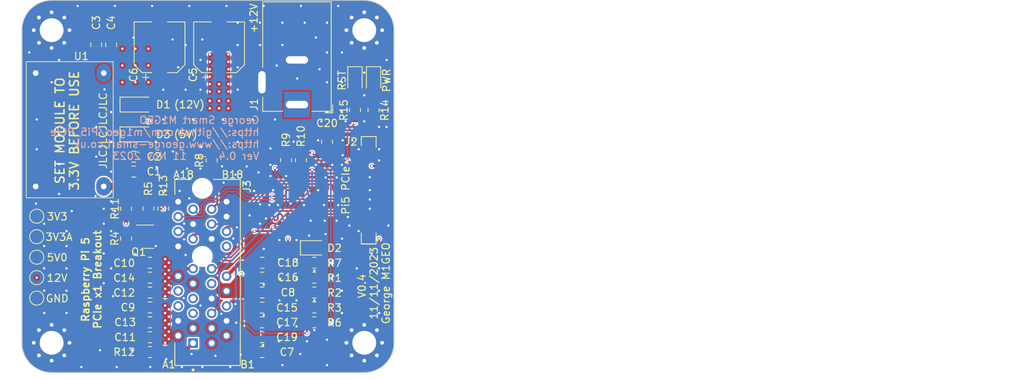
<source format=kicad_pcb>
(kicad_pcb (version 20221018) (generator pcbnew)
  (title_block (title "Raspberry Pi 5 PCIe Breakout") (date "2023-11-11") (rev "0.4") (company "George M1GEO, Chris G8OCV") (comment 1 "https://www.george-smart.co.uk") (comment 2 "https://github.com/m1geo/Pi5_PCIe") (comment 4 "** Controlled Impedances: JLC04161H-7628 Stackup **"))
  (layers (0 "F.Cu" signal) (1 "In1.Cu" signal) (2 "In2.Cu" signal) (31 "B.Cu" signal) (34 "B.Paste" user) (35 "F.Paste" user) (36 "B.SilkS" user "B.Silkscreen") (37 "F.SilkS" user "F.Silkscreen") (38 "B.Mask" user) (39 "F.Mask" user) (44 "Edge.Cuts" user))
  (net 0 "")
  (net 1 "GND")
  (net 2 "+3V3")
  (net 3 "+12V")
  (net 4 "+5V")
  (net 5 "PCIE_TX0N")
  (net 6 "PCIE_TX0P")
  (net 7 "PCIE_RX0P")
  (net 8 "PCIE_RX0N")
  (net 9 "PCIE_CLKN")
  (net 10 "PCIE_CLKP")
  (net 11 "PCIE_PERST#")
  (net 12 "Net-(Q1-G)")
  (net 13 "/PRSNT1#")
  (net 14 "PCIE_PRSNT2#")
  (net 15 "+3.3VA")
  (net 16 "PCIE_CLKREQ#")
  (net 17 "PCIE_WAKE#")
  (net 18 "PCIE_SMCLK")
  (net 19 "PCIE_SMDAT")
  (net 20 "/REG_IN")
  (net 21 "RESET")
  (net 22 "UNKNOWN?!")
  (net 28 "Net-(D4-A)")
  (net 29 "Net-(D5-A)")
  (footprint "Connector_BarrelJack:BarrelJack_Horizontal" (layer "F.Cu") (at 161.9575 89 -90)
    (fp_text reference "J1")
    (fp_text value "12V IN")
  )
  (footprint "Capacitor_SMD:C_0805_2012Metric_Pad1.18x1.45mm_HandSolder" (layer "F.Cu") (at 157.2875 120.25)
    (fp_text reference "C19")
    (fp_text value "100n")
  )
  (footprint "Resistor_SMD:R_0805_2012Metric_Pad1.20x1.40mm_HandSolder" (layer "F.Cu") (at 142 102.9625 90)
    (fp_text reference "R5")
    (fp_text value "0")
  )
  (footprint "Resistor_SMD:R_0805_2012Metric_Pad1.20x1.40mm_HandSolder" (layer "F.Cu") (at 139 103 -90)
    (fp_text reference "R11")
    (fp_text value "0")
  )
  (footprint "Capacitor_SMD:C_0805_2012Metric_Pad1.18x1.45mm_HandSolder" (layer "F.Cu") (at 140.0375 98)
    (fp_text reference "C1")
    (fp_text value "100n")
  )
  (footprint "Resistor_SMD:R_0805_2012Metric_Pad1.20x1.40mm_HandSolder" (layer "F.Cu") (at 162.5 96.4625 90)
    (fp_text reference "R10")
    (fp_text value "10k")
  )
  (footprint "Capacitor_SMD:C_0805_2012Metric_Pad1.18x1.45mm_HandSolder" (layer "F.Cu") (at 134.99 80.9625 90)
    (fp_text reference "C3")
    (fp_text value "100n")
  )
  (footprint "Capacitor_SMD:C_0805_2012Metric_Pad1.18x1.45mm_HandSolder" (layer "F.Cu") (at 157.2875 118.25)
    (fp_text reference "C17")
    (fp_text value "100n")
  )
  (footprint "Capacitor_SMD:C_0805_2012Metric_Pad1.18x1.45mm_HandSolder" (layer "F.Cu") (at 140.0375 96)
    (fp_text reference "C2")
    (fp_text value "10u")
  )
  (footprint "Resistor_SMD:R_0805_2012Metric_Pad1.20x1.40mm_HandSolder" (layer "F.Cu") (at 139 107 -90)
    (fp_text reference "R4")
    (fp_text value "10k")
  )
  (footprint "Capacitor_SMD:CP_Elec_6.3x7.7" (layer "F.Cu") (at 151.5 81.3 90)
    (fp_text reference "C5")
    (fp_text value "150u")
  )
  (footprint "TestPoint:TestPoint_Pad_D1.5mm" (layer "F.Cu") (at 127 104)
    (fp_text reference "TP1" hide)
    (fp_text value "3V3")
  )
  (footprint "Capacitor_SMD:C_0805_2012Metric_Pad1.18x1.45mm_HandSolder" (layer "F.Cu") (at 142.2125 112.25 180)
    (fp_text reference "C14")
    (fp_text value "100n")
  )
  (footprint "Capacitor_SMD:C_0805_2012Metric_Pad1.18x1.45mm_HandSolder" (layer "F.Cu") (at 142.2125 114.25 180)
    (fp_text reference "C12")
    (fp_text value "100n")
  )
  (footprint "Capacitor_SMD:CP_Elec_6.3x7.7" (layer "F.Cu") (at 143.5 81.3 90)
    (fp_text reference "C6")
    (fp_text value "150u")
  )
  (footprint "TestPoint:TestPoint_Pad_D1.5mm" (layer "F.Cu") (at 127 106.75)
    (fp_text reference "TP2" hide)
    (fp_text value "3V3A")
  )
  (footprint "Resistor_SMD:R_0805_2012Metric_Pad1.20x1.40mm_HandSolder" (layer "F.Cu") (at 164.2875 112.25)
    (fp_text reference "R1")
    (fp_text value "DNF")
  )
  (footprint "Capacitor_SMD:C_0805_2012Metric_Pad1.18x1.45mm_HandSolder" (layer "F.Cu") (at 142.2125 120.26 180)
    (fp_text reference "C11")
    (fp_text value "100n")
  )
  (footprint "Resistor_SMD:R_0805_2012Metric_Pad1.20x1.40mm_HandSolder" (layer "F.Cu") (at 164.2875 114.25)
    (fp_text reference "R2")
    (fp_text value "DNF")
  )
  (footprint "Resistor_SMD:R_0805_2012Metric_Pad1.20x1.40mm_HandSolder" (layer "F.Cu") (at 160.5 96.4625 90)
    (fp_text reference "R9")
    (fp_text value "10k")
  )
  (footprint "Capacitor_SMD:C_0805_2012Metric_Pad1.18x1.45mm_HandSolder" (layer "F.Cu") (at 137 80.9625 90)
    (fp_text reference "C4")
    (fp_text value "10u")
  )
  (footprint "Capacitor_SMD:C_0805_2012Metric_Pad1.18x1.45mm_HandSolder" (layer "F.Cu") (at 142.2125 110.25 180)
    (fp_text reference "C10")
    (fp_text value "10u")
  )
  (footprint "Resistor_SMD:R_0805_2012Metric_Pad1.20x1.40mm_HandSolder" (layer "F.Cu") (at 144 102.9625 90)
    (fp_text reference "R13")
    (fp_text value "10k")
  )
  (footprint "Capacitor_SMD:C_0805_2012Metric_Pad1.18x1.45mm_HandSolder" (layer "F.Cu") (at 157.2875 122.25)
    (fp_text reference "C7")
    (fp_text value "10u")
  )
  (footprint "Capacitor_SMD:C_0805_2012Metric_Pad1.18x1.45mm_HandSolder" (layer "F.Cu") (at 157.2875 112.25)
    (fp_text reference "C16")
    (fp_text value "100n")
  )
  (footprint "Capacitor_SMD:C_0805_2012Metric_Pad1.18x1.45mm_HandSolder" (layer "F.Cu") (at 142.2125 116.25 180)
    (fp_text reference "C9")
    (fp_text value "10u")
  )
  (footprint "Capacitor_SMD:C_0805_2012Metric_Pad1.18x1.45mm_HandSolder" (layer "F.Cu") (at 166 94 -90)
    (fp_text reference "C20")
    (fp_text value "100n")
  )
  (footprint "LED_SMD:LED_0805_2012Metric_Pad1.15x1.40mm_HandSolder" (layer "F.Cu") (at 169.75 85.775 -90)
    (fp_text reference "D5" hide)
    (fp_text value "RST")
  )
  (footprint "Resistor_SMD:R_0805_2012Metric_Pad1.20x1.40mm_HandSolder" (layer "F.Cu") (at 169.75 89.75 90)
    (fp_text reference "R15")
    (fp_text value "1k")
  )
  (footprint "LED_SMD:LED_0805_2012Metric_Pad1.15x1.40mm_HandSolder" (layer "F.Cu") (at 172.25 85.775 -90)
    (fp_text reference "D4" hide)
    (fp_text value "PWR")
  )
  (footprint "Capacitor_SMD:C_0805_2012Metric_Pad1.18x1.45mm_HandSolder" (layer "F.Cu") (at 157.2875 114.25)
    (fp_text reference "C8")
    (fp_text value "10u")
  )
  (footprint "Capacitor_SMD:C_0805_2012Metric_Pad1.18x1.45mm_HandSolder" (layer "F.Cu") (at 157.2875 116.29)
    (fp_text reference "C15")
    (fp_text value "100n")
  )
  (footprint "Diode_SMD:D_0805_2012Metric_Pad1.15x1.40mm_HandSolder" (layer "F.Cu") (at 164.275 108.25)
    (fp_text reference "D2")
    (fp_text value "DNF")
  )
  (footprint "Resistor_SMD:R_0805_2012Metric_Pad1.20x1.40mm_HandSolder" (layer "F.Cu") (at 150.5 96.5 90)
    (fp_text reference "R8")
    (fp_text value "10k")
  )
  (footprint "TestPoint:TestPoint_Pad_D1.5mm" (layer "F.Cu") (at 127 112.25)
    (fp_text reference "TP4" hide)
    (fp_text value "12V")
  )
  (footprint "TestPoint:TestPoint_Pad_D1.5mm" (layer "F.Cu") (at 127 109.5)
    (fp_text reference "TP3" hide)
    (fp_text value "5V0")
  )
  (footprint "10018783-11200TLF:AMPHENOL_10018783-11200TLF" (layer "F.Cu") (at 149.25 109.55 90)
    (fp_text reference "J3")
    (fp_text value "10018783-11200TLF")
  )
  (footprint "Resistor_SMD:R_0805_2012Metric_Pad1.20x1.40mm_HandSolder" (layer "F.Cu") (at 164.2875 118.25)
    (fp_text reference "R6")
    (fp_text value "10k")
  )
  (footprint "Diode_SMD:D_SOD-123F" (layer "F.Cu") (at 140.4 93)
    (fp_text reference "D3")
    (fp_text value "(5V)")
  )
  (footprint "Resistor_SMD:R_0805_2012Metric_Pad1.20x1.40mm_HandSolder" (layer "F.Cu") (at 164.2875 116.25)
    (fp_text reference "R3")
    (fp_text value "DNF")
  )
  (footprint "Resistor_SMD:R_0805_2012Metric_Pad1.20x1.40mm_HandSolder" (layer "F.Cu") (at 172.25 89.75 90)
    (fp_text reference "R14")
    (fp_text value "1k")
  )
  (footprint "FPC_conn:687316124422" (layer "F.Cu") (at 171.6 100.5 -90)
    (fp_text reference "J2")
    (fp_text value "Pi5 PCIe")
  )
  (footprint "Package_TO_SOT_SMD:SOT-23" (layer "F.Cu") (at 142.0625 106.75)
    (fp_text reference "Q1")
    (fp_text value "BS170F")
  )
  (footprint "MountingHole:MountingHole_3.2mm_M3_Pad_Via" (layer "F.Cu") (at 171 121)
    (fp_text reference "H4" hide)
    (fp_text value "MountingHole_Pad")
  )
  (footprint "Diode_SMD:D_SOD-123F" (layer "F.Cu") (at 140.4 89)
    (fp_text reference "D1")
    (fp_text value "(12V)")
  )
  (footprint "Mini360:Mini360_step-down" (layer "F.Cu") (at 131.43 92.38 90)
    (fp_text reference "U1")
    (fp_text value "Mini360")
  )
  (footprint "Resistor_SMD:R_0805_2012Metric_Pad1.20x1.40mm_HandSolder" (layer "F.Cu") (at 142.2125 122.25 180)
    (fp_text reference "R12")
    (fp_text value "0")
  )
  (footprint "Capacitor_SMD:C_0805_2012Metric_Pad1.18x1.45mm_HandSolder" (layer "F.Cu") (at 157.2875 110.25)
    (fp_text reference "C18")
    (fp_text value "100n")
  )
  (footprint "MountingHole:MountingHole_3.2mm_M3_Pad_Via" (layer "F.Cu") (at 171 79)
    (fp_text reference "H2" hide)
    (fp_text value "MountingHole_Pad")
  )
  (footprint "Capacitor_SMD:C_0805_2012Metric_Pad1.18x1.45mm_HandSolder" (layer "F.Cu") (at 142.2125 118.25 180)
    (fp_text reference "C13")
    (fp_text value "100n")
  )
  (footprint "TestPoint:TestPoint_Pad_D1.5mm" (layer "F.Cu") (at 127 115)
    (fp_text reference "TP5" hide)
    (fp_text value "GND")
  )
  (footprint "MountingHole:MountingHole_3.2mm_M3_Pad_Via" (layer "F.Cu") (at 129 79)
    (fp_text reference "H1" hide)
    (fp_text value "MountingHole_Pad")
  )
  (footprint "Resistor_SMD:R_0805_2012Metric_Pad1.20x1.40mm_HandSolder" (layer "F.Cu") (at 164.2875 110.25)
    (fp_text reference "R7")
    (fp_text value "10k")
  )
  (footprint "MountingHole:MountingHole_3.2mm_M3_Pad_Via" (layer "F.Cu") (at 129 121)
    (fp_text reference "H3" hide)
    (fp_text value "MountingHole_Pad")
  )
  (gr_line (start 171 125) (end 129 125) (stroke (width 0.1)) (layer "Edge.Cuts"))
  (gr_line (start 129 75) (end 171 75) (stroke (width 0.1)) (layer "Edge.Cuts"))
  (gr_arc (start 171 75) (mid 173.828427 76.171573) (end 175 79) (stroke (width 0.1)) (layer "Edge.Cuts"))
  (gr_arc (start 125 79) (mid 126.171573 76.171573) (end 129 75) (stroke (width 0.1)) (layer "Edge.Cuts"))
  (gr_line (start 175 79) (end 175 121) (stroke (width 0.1)) (layer "Edge.Cuts"))
  (gr_arc (start 175 121) (mid 173.828427 123.828427) (end 171 125) (stroke (width 0.1)) (layer "Edge.Cuts"))
  (gr_arc (start 129 125) (mid 126.171573 123.828427) (end 125 121) (stroke (width 0.1)) (layer "Edge.Cuts"))
  (gr_line (start 125 121) (end 125 79) (stroke (width 0.1)) (layer "Edge.Cuts"))
  (gr_text "George Smart M1GEO\nhttps://github.com/m1geo/Pi5_PCIe\nhttps://www.george-smart.co.uk\nVer 0.4  -  11 Nov 2023" (at 157 96.5) (layer "B.SilkS") (effects (font (size 1 1)) (justify left bottom mirror)))
  (gr_text "JLCJLCJLCJLC" (at 136.5 97.75 90) (layer "F.SilkS") (effects (font (size 1 1)) (justify left bottom)))
  (gr_text "B1" (at 154.25 124.5) (layer "F.SilkS") (effects (font (size 1 1)) (justify left bottom)))
  (gr_text "Raspberry Pi 5\nPCIe x1 Breakout" (at 135.75 112.5 90) (layer "F.SilkS") (effects (font (size 1 1) (thickness 0.2) bold) (justify bottom)))
  (gr_text "+12V" (at 156.75 79.5 90) (layer "F.SilkS") (effects (font (size 1 1)) (justify left bottom)))
  (gr_text "B18" (at 151.75 99) (layer "F.SilkS") (effects (font (size 1 1)) (justify left bottom)))
  (gr_text "A1" (at 143.75 124.5) (layer "F.SilkS") (effects (font (size 1 1)) (justify left bottom)))
  (gr_text "SET MODULE TO\n3.3V BEFORE USE" (at 132.75 92.5 90) (layer "F.SilkS") (effects (font (size 1.2 1.2) (thickness 0.2) bold) (justify bottom)))
  (gr_text "A18" (at 145.25 99) (layer "F.SilkS") (effects (font (size 1 1)) (justify left bottom)))
  (gr_text "V0.4 \n11/11/2023\nGeorge M1GEO" (at 174.5 113 90) (layer "F.SilkS") (effects (font (size 1 1)) (justify bottom)))
  (via (at 151 122.75) (size 0.45) (drill 0.3) (layers "F.Cu" "B.Cu") (net 1))
  (via (at 131 111) (size 0.45) (drill 0.3) (layers "F.Cu" "B.Cu") (net 1))
  (via (at 174.25 105.25) (size 0.45) (drill 0.3) (layers "F.Cu" "B.Cu") (net 1))
  (via (at 147.5 101.6) (size 0.45) (drill 0.3) (layers "F.Cu" "B.Cu") (net 1))
  (via (at 173 117) (size 0.45) (drill 0.3) (layers "F.Cu" "B.Cu") (net 1))
  (via (at 148 85) (size 0.45) (drill 0.3) (layers "F.Cu" "B.Cu") (net 1))
  (via (at 136.1 86.95) (size 0.45) (drill 0.3) (layers "F.Cu" "B.Cu") (net 1))
  (via (at 161.9 118.8) (size 0.45) (drill 0.3) (layers "F.Cu" "B.Cu") (net 1))
  (via (at 160 81) (size 0.45) (drill 0.3) (layers "F.Cu" "B.Cu") (net 1))
  (via (at 171 87.75) (size 0.45) (drill 0.3) (layers "F.Cu" "B.Cu") (net 1))
  (via (at 167.5 102.5) (size 0.45) (drill 0.3) (layers "F.Cu" "B.Cu") (net 1))
  (via (at 171 91.25) (size 0.45) (drill 0.3) (layers "F.Cu" "B.Cu") (net 1))
  (via (at 149.25 80.25) (size 0.45) (drill 0.3) (layers "F.Cu" "B.Cu") (net 1))
  (via (at 139.75 122) (size 0.45) (drill 0.3) (layers "F.Cu" "B.Cu") (net 1))
  (via (at 174 89) (size 0.45) (drill 0.3) (layers "F.Cu" "B.Cu") (net 1))
  (via (at 168.1 93.8) (size 0.45) (drill 0.3) (layers "F.Cu" "B.Cu") (net 1))
  (via (at 157 78) (size 0.45) (drill 0.3) (layers "F.Cu" "B.Cu") (net 1))
  (via (at 154.4 122.6) (size 0.45) (drill 0.3) (layers "F.Cu" "B.Cu") (net 1))
  (via (at 147.8 122.5) (size 0.45) (drill 0.3) (layers "F.Cu" "B.Cu") (net 1))
  (via (at 165 84.25) (size 0.45) (drill 0.3) (layers "F.Cu" "B.Cu") (net 1))
  (via (at 142.25 124.25) (size 0.45) (drill 0.3) (layers "F.Cu" "B.Cu") (net 1))
  (via (at 171.75 101.75) (size 0.45) (drill 0.3) (layers "F.Cu" "B.Cu") (net 1))
  (via (at 130 93) (size 0.45) (drill 0.3) (layers "F.Cu" "B.Cu") (net 1))
  (via (at 168 97.1) (size 0.45) (drill 0.3) (layers "F.Cu" "B.Cu") (net 1))
  (via (at 173 111) (size 0.45) (drill 0.3) (layers "F.Cu" "B.Cu") (net 1))
  (via (at 144.2 100.5) (size 0.45) (drill 0.3) (layers "F.Cu" "B.Cu") (net 1))
  (via (at 137 102) (size 0.45) (drill 0.3) (layers "F.Cu" "B.Cu") (net 1))
  (via (at 146.8 107.1) (size 0.45) (drill 0.3) (layers "F.Cu" "B.Cu") (net 1))
  (via (at 157 81) (size 0.45) (drill 0.3) (layers "F.Cu" "B.Cu") (net 1))
  (via (at 156 91) (size 0.45) (drill 0.3) (layers "F.Cu" "B.Cu") (net 1))
  (via (at 151.8 117.1) (size 0.45) (drill 0.3) (layers "F.Cu" "B.Cu") (net 1))
  (via (at 168 114) (size 0.45) (drill 0.3) (layers "F.Cu" "B.Cu") (net 1))
  (via (at 162 85.5) (size 0.45) (drill 0.3) (layers "F.Cu" "B.Cu") (net 1))
  (via (at 135 92) (size 0.45) (drill 0.3) (layers "F.Cu" "B.Cu") (net 1))
  (via (at 166.7 97.1) (size 0.45) (drill 0.3) (layers "F.Cu" "B.Cu") (net 1))
  (via (at 153.8 118.3) (size 0.45) (drill 0.3) (layers "F.Cu" "B.Cu") (net 1))
  (via (at 157 105) (size 0.45) (drill 0.3) (layers "F.Cu" "B.Cu") (net 1))
  (via (at 158.4 97.1) (size 0.45) (drill 0.3) (layers "F.Cu" "B.Cu") (net 1))
  (via (at 137 106) (size 0.45) (drill 0.3) (layers "F.Cu" "B.Cu") (net 1))
  (via (at 147 81) (size 0.45) (drill 0.3) (layers "F.Cu" "B.Cu") (net 1))
  (via (at 166 82) (size 0.45) (drill 0.3) (layers "F.Cu" "B.Cu") (net 1))
  (via (at 157.5 108.4) (size 0.45) (drill 0.3) (layers "F.Cu" "B.Cu") (net 1))
  (via (at 152 91) (size 0.45) (drill 0.3) (layers "F.Cu" "B.Cu") (net 1))
  (via (at 165.6 102.5) (size 0.45) (drill 0.3) (layers "F.Cu" "B.Cu") (net 1))
  (via (at 166 124) (size 0.45) (drill 0.3) (layers "F.Cu" "B.Cu") (net 1))
  (via (at 169 105.25) (size 0.45) (drill 0.3) (layers "F.Cu" "B.Cu") (net 1))
  (via (at 131 117) (size 0.45) (drill 0.3) (layers "F.Cu" "B.Cu") (net 1))
  (via (at 168 90) (size 0.45) (drill 0.3) (layers "F.Cu" "B.Cu") (net 1))
  (via (at 170.25 95) (size 0.45) (drill 0.3) (layers "F.Cu" "B.Cu") (net 1))
  (via (at 137.25 114.75) (size 0.45) (drill 0.3) (layers "F.Cu" "B.Cu") (net 1))
  (via (at 128 111) (size 0.45) (drill 0.3) (layers "F.Cu" "B.Cu") (net 1))
  (via (at 152.5 75.75) (size 0.45) (drill 0.3) (layers "F.Cu" "B.Cu") (net 1))
  (via (at 153.9 105.5) (size 0.45) (drill 0.3) (layers "F.Cu" "B.Cu") (net 1))
  (via (at 164.8 100.5) (size 0.45) (drill 0.3) (layers "F.Cu" "B.Cu") (net 1))
  (via (at 174 86) (size 0.45) (drill 0.3) (layers "F.Cu" "B.Cu") (net 1))
  (via (at 161.9 115.3) (size 0.45) (drill 0.3) (layers "F.Cu" "B.Cu") (net 1))
  (via (at 162.9 102.5) (size 0.45) (drill 0.3) (layers "F.Cu" "B.Cu") (net 1))
  (via (at 173 114) (size 0.45) (drill 0.3) (layers "F.Cu" "B.Cu") (net 1))
  (via (at 130 97) (size 0.45) (drill 0.3) (layers "F.Cu" "B.Cu") (net 1))
  (via (at 147.2 97.6) (size 0.45) (drill 0.3) (layers "F.Cu" "B.Cu") (net 1))
  (via (at 151.9 97.3) (size 0.45) (drill 0.3) (layers "F.Cu" "B.Cu") (net 1))
  (via (at 127 91) (size 0.45) (drill 0.3) (layers "F.Cu" "B.Cu") (net 1))
  (via (at 162.4 122.5) (size 0.45) (drill 0.3) (layers "F.Cu" "B.Cu") (net 1))
  (via (at 159 91) (size 0.45) (drill 0.3) (layers "F.Cu" "B.Cu") (net 1))
  (via (at 170 111) (size 0.45) (drill 0.3) (layers "F.Cu" "B.Cu") (net 1))
  (via (at 144.4 123.2) (size 0.45) (drill 0.3) (layers "F.Cu" "B.Cu") (net 1))
  (via (at 168 82) (size 0.45) (drill 0.3) (layers "F.Cu" "B.Cu") (net 1))
  (via (at 157.4 121.3) (size 0.45) (drill 0.3) (layers "F.Cu" "B.Cu") (net 1))
  (via (at 149 83) (size 0.45) (drill 0.3) (layers "F.Cu" "B.Cu") (net 1))
  (via (at 153.7 115.8) (size 0.45) (drill 0.3) (layers "F.Cu" "B.Cu") (net 1))
  (via (at 168 86) (size 0.45) (drill 0.3) (layers "F.Cu" "B.Cu") (net 1))
  (via (at 127 95) (size 0.45) (drill 0.3) (layers "F.Cu" "B.Cu") (net 1))
  (via (at 144 87) (size 0.45) (drill 0.3) (layers "F.Cu" "B.Cu") (net 1))
  (via (at 161.9 112.4) (size 0.45) (drill 0.3) (layers "F.Cu" "B.Cu") (net 1))
  (via (at 136 109) (size 0.45) (drill 0.3) (layers "F.Cu" "B.Cu") (net 1))
  (via (at 160 78) (size 0.45) (drill 0.3) (layers "F.Cu" "B.Cu") (net 1))
  (via (at 165.8 106.4) (size 0.45) (drill 0.3) (layers "F.Cu" "B.Cu") (net 1))
  (via (at 168 107) (size 0.45) (drill 0.3) (layers "F.Cu" "B.Cu") (net 1))
  (via (at 131 114) (size 0.45) (drill 0.3) (layers "F.Cu" "B.Cu") (net 1))
  (via (at 134.9 101.3) (size 0.45) (drill 0.3) (layers "F.Cu" "B.Cu") (net 1))
  (via (at 156.8 98.1) (size 0.45) (drill 0.3) (layers "F.Cu" "B.Cu") (net 1))
  (via (at 135 96) (size 0.45) (drill 0.3) (layers "F.Cu" "B.Cu") (net 1))
  (via (at 143 108) (size 0.45) (drill 0.3) (layers "F.Cu" "B.Cu") (net 1))
  (via (at 164.3 115.3) (size 0.45) (drill 0.3) (layers "F.Cu" "B.Cu") (net 1))
  (via (at 130 89) (size 0.45) (drill 0.3) (layers "F.Cu" "B.Cu") (net 1))
  (via (at 137.5 103.3) (size 0.45) (drill 0.3) (layers "F.Cu" "B.Cu") (net 1))
  (via (at 145.25 80.25) (size 0.45) (drill 0.3) (layers "F.Cu" "B.Cu") (net 1))
  (via (at 137 94) (size 0.45) (drill 0.3) (layers "F.Cu" "B.Cu") (net 1))
  (via (at 157.5 75.75) (size 0.45) (drill 0.3) (layers "F.Cu" "B.Cu") (net 1))
  (via (at 147 109.2) (size 0.45) (drill 0.3) (layers "F.Cu" "B.Cu") (net 1))
  (via (at 158.4 94.9) (size 0.45) (drill 0.3) (layers "F.Cu" "B.Cu") (net 1))
  (via (at 128 108) (size 0.45) (drill 0.3) (layers "F.Cu" "B.Cu") (net 1))
  (via (at 126 82) (size 0.45) (drill 0.3) (layers "F.Cu" "B.Cu") (net 1))
  (via (at 149.1 94.7) (size 0.45) (drill 0.3) (layers "F.Cu" "B.Cu") (net 1))
  (via (at 171.75 98.75) (size 0.45) (drill 0.3) (layers "F.Cu" "B.Cu") (net 1))
  (via (at 157.5 113.2) (size 0.45) (drill 0.3) (layers "F.Cu" "B.Cu") (net 1))
  (via (at 158.25 102.5) (size 0.45) (drill 0.3) (layers "F.Cu" "B.Cu") (net 1))
  (via (at 168.1 95.8) (size 0.45) (drill 0.3) (layers "F.Cu" "B.Cu") (net 1))
  (via (at 161.9 107.2) (size 0.45) (drill 0.3) (layers "F.Cu" "B.Cu") (net 1))
  (via (at 166 86) (size 0.45) (drill 0.3) (layers "F.Cu" "B.Cu") (net 1))
  (via (at 146.8 105) (size 0.45) (drill 0.3) (layers "F.Cu" "B.Cu") (net 1))
  (via (at 154 81) (size 0.45) (drill 0.3) (layers "F.Cu" "B.Cu") (net 1))
  (via (at 163.8 104.6) (size 0.45) (drill 0.3) (layers "F.Cu" "B.Cu") (net 1))
  (via (at 132.5 75.75) (size 0.45) (drill 0.3) (layers "F.Cu" "B.Cu") (net 1))
  (via (at 164.3 119.3) (size 0.45) (drill 0.3) (layers "F.Cu" "B.Cu") (net 1))
  (via (at 137.75 124.25) (size 0.45) (drill 0.3) (layers "F.Cu" "B.Cu") (net 1))
  (via (at 131 108) (size 0.45) (drill 0.3) (layers "F.Cu" "B.Cu") (net 1))
  (via (at 153.4 107) (size 0.45) (drill 0.3) (layers "F.Cu" "B.Cu") (net 1))
  (via (at 173 96.5) (size 0.45) (drill 0.3) (layers "F.Cu" "B.Cu") (net 1))
  (via (at 133 124.25) (size 0.45) (drill 0.3) (layers "F.Cu" "B.Cu") (net 1))
  (via (at 159.4 102.5) (size 0.45) (drill 0.3) (layers "F.Cu" "B.Cu") (net 1))
  (via (at 137.5 75.75) (size 0.45) (drill 0.3) (layers "F.Cu" "B.Cu") (net 1))
  (via (at 160 124) (size 0.45) (drill 0.3) (layers "F.Cu" "B.Cu") (net 1))
  (via (at 136 113) (size 0.45) (drill 0.3) (layers "F.Cu" "B.Cu") (net 1))
  (via (at 166 90) (size 0.45) (drill 0.3) (layers "F.Cu" "B.Cu") (net 1))
  (via (at 167.3 98.8) (size 0.45) (drill 0.3) (layers "F.Cu" "B.Cu") (net 1))
  (via (at 156.2 100.6) (size 0.45) (drill 0.3) (layers "F.Cu" "B.Cu") (net 1))
  (via (at 137 98) (size 0.45) (drill 0.3) (layers "F.Cu" "B.Cu") (net 1))
  (via (at 159.5 120.8) (size 0.45) (drill 0.3) (layers "F.Cu" "B.Cu") (net 1))
  (via (at 143 94) (size 0.45) (drill 0.3) (layers "F.Cu" "B.Cu") (net 1))
  (via (at 131 106) (size 0.45) (drill 0.3) (layers "F.Cu" "B.Cu") (net 1))
  (via (at 135.5 122) (size 0.45) (drill 0.3) (layers "F.Cu" "B.Cu") (net 1))
  (via (at 144 91) (size 0.45) (drill 0.3) (layers "F.Cu" "B.Cu") (net 1))
  (via (at 165.7 104.6) (size 0.45) (drill 0.3) (layers "F.Cu" "B.Cu") (net 1))
  (via (at 171.75 100.5) (size 0.45) (drill 0.3) (layers "F.Cu" "B.Cu") (net 1))
  (via (at 137 90) (size 0.45) (drill 0.3) (layers "F.Cu" "B.Cu") (net 1))
  (via (at 154 84) (size 0.45) (drill 0.3) (layers "F.Cu" "B.Cu") (net 1))
  (via (at 161.5 94) (size 0.45) (drill 0.3) (layers "F.Cu" "B.Cu") (net 1))
  (via (at 159.6 109.8) (size 0.45) (drill 0.3) (layers "F.Cu" "B.Cu") (net 1))
  (via (at 147.5 99) (size 0.45) (drill 0.3) (layers "F.Cu" "B.Cu") (net 1))
  (via (at 149 87) (size 0.45) (drill 0.3) (layers "F.Cu" "B.Cu") (net 1))
  (via (at 137 111) (size 0.45) (drill 0.3) (layers "F.Cu" "B.Cu") (net 1))
  (via (at 147.5 75.75) (size 0.45) (drill 0.3) (layers "F.Cu" "B.Cu") (net 1))
  (via (at 153.7 98.4) (size 0.45) (drill 0.3) (layers "F.Cu" "B.Cu") (net 1))
  (via (at 159.6 118.9) (size 0.45) (drill 0.3) (layers "F.Cu" "B.Cu") (net 1))
  (via (at 161.9 109.8) (size 0.45) (drill 0.3) (layers "F.Cu" "B.Cu") (net 1))
  (via (at 158.75 100.5) (size 0.45) (drill 0.3) (layers "F.Cu" "B.Cu") (net 1))
  (via (at 159.7 112.4) (size 0.45) (drill 0.3) (layers "F.Cu" "B.Cu") (net 1))
  (via (at 155.2 97.3) (size 0.45) (drill 0.3) (layers "F.Cu" "B.Cu") (net 1))
  (via (at 159.6 107.2) (size 0.45) (drill 0.3) (layers "F.Cu" "B.Cu") (net 1))
  (via (at 169.4 93.8) (size 0.45) (drill 0.3) (layers "F.Cu" "B.Cu") (net 1))
  (via (at 157 102.4) (size 0.45) (drill 0.3) (layers "F.Cu" "B.Cu") (net 1))
  (via (at 170.25 106) (size 0.45) (drill 0.3) (layers "F.Cu" "B.Cu") (net 1))
  (via (at 165.25 91.25) (size 0.45) (drill 0.3) (layers "F.Cu" "B.Cu") (net 1))
  (via (at 168 117) (size 0.45) (drill 0.3) (layers "F.Cu" "B.Cu") (net 1))
  (via (at 165.8 98.8) (size 0.45) (drill 0.3) (layers "F.Cu" "B.Cu") (net 1))
  (via (at 159.25 83.75) (size 0.45) (drill 0.3) (layers "F.Cu" "B.Cu") (net 1))
  (via (at 164.5 97.1) (size 0.45) (drill 0.3) (layers "F.Cu" "B.Cu") (net 1))
  (via (at 172 109) (size 0.45) (drill 0.3) (layers "F.Cu" "B.Cu") (net 1))
  (via (at 174 83) (size 0.45) (drill 0.3) (layers "F.Cu" "B.Cu") (net 1))
  (via (at 166 120.6) (size 0.45) (drill 0.3) (layers "F.Cu" "B.Cu") (net 1))
  (via (at 167.5 75.75) (size 0.45) (drill 0.3) (layers "F.Cu" "B.Cu") (net 1))
  (via (at 154 78) (size 0.45) (drill 0.3) (layers "F.Cu" "B.Cu") (net 1))
  (via (at 163.3 120.8) (size 0.45) (drill 0.3) (layers "F.Cu" "B.Cu") (net 1))
  (via (at 167.3 104.6) (size 0.45) (drill 0.3) (layers "F.Cu" "B.Cu") (net 1))
  (via (at 140 80) (size 0.45) (drill 0.3) (layers "F.Cu" "B.Cu") (net 1))
  (via (at 136 105) (size 0.45) (drill 0.3) (layers "F.Cu" "B.Cu") (net 1))
  (via (at 163 78) (size 0.45) (drill 0.3) (layers "F.Cu" "B.Cu") (net 1))
  (via (at 153 124.25) (size 0.45) (drill 0.3) (layers "F.Cu" "B.Cu") (net 1))
  (via (at 159.6 115.3) (size 0.45) (drill 0.3) (layers "F.Cu" "B.Cu") (net 1))
  (via (at 146 84) (size 0.45) (drill 0.3) (layers "F.Cu" "B.Cu") (net 1))
  (via (at 149 97.6) (size 0.45) (drill 0.3) (layers "F.Cu" "B.Cu") (net 1))
  (via (at 155.1 99.7) (size 0.45) (drill 0.3) (layers "F.Cu" "B.Cu") (net 1))
  (via (at 154 94) (size 0.45) (drill 0.3) (layers "F.Cu" "B.Cu") (net 1))
  (via (at 131.7 103.3) (size 0.45) (drill 0.3) (layers "F.Cu" "B.Cu") (net 1))
  (via (at 142.5 75.75) (size 0.45) (drill 0.3) (layers "F.Cu" "B.Cu") (net 1))
  (via (at 130 101) (size 0.45) (drill 0.3) (layers "F.Cu" "B.Cu") (net 1))
  (via (at 164.3 111.3) (size 0.45) (drill 0.3) (layers "F.Cu" "B.Cu") (net 1))
  (via (at 155.6 103.9) (size 0.45) (drill 0.3) (layers "F.Cu" "B.Cu") (net 1))
  (via (at 129 86) (size 0.45) (drill 0.3) (layers "F.Cu" "B.Cu") (net 1))
  (via (at 149.25 124.25) (size 0.45) (drill 0.3) (layers "F.Cu" "B.Cu") (net 1))
  (via (at 168.8 104.1) (size 0.45) (drill 0.3) (layers "F.Cu" "B.Cu") (net 1))
  (via (at 149 116) (size 0.45) (drill 0.3) (layers "F.Cu" "B.Cu") (net 1))
  (via (at 128 105) (size 0.45) (drill 0.3) (layers "F.Cu" "B.Cu") (net 1))
  (via (at 146.2 100.6) (size 0.45) (drill 0.3) (layers "F.Cu" "B.Cu") (net 1))
  (via (at 164.8 93.8) (size 0.45) (drill 0.3) (layers "F.Cu" "B.Cu") (net 1))
  (via (at 158.4 98.6) (size 0.45) (drill 0.3) (layers "F.Cu" "B.Cu") (net 1))
  (via (at 148 91) (size 0.45) (drill 0.3) (layers "F.Cu" "B.Cu") (net 1))
  (via (at 136 103) (size 0.45) (drill 0.3) (layers "F.Cu" "B.Cu") (net 1))
  (via (at 126.9 102.3) (size 0.45) (drill 0.3) (layers "F.Cu" "B.Cu") (net 1))
  (via (at 145.8 99) (size 0.45) (drill 0.3) (layers "F.Cu" "B.Cu") (net 1))
  (via (at 128 114) (size 0.45) (drill 0.3) (layers "F.Cu" "B.Cu") (net 1))
  (via (at 168.5 91.25) (size 0.45) (drill 0.3) (layers "F.Cu" "B.Cu") (net 1))
  (via (at 147 87) (size 0.45) (drill 0.3) (layers "F.Cu" "B.Cu") (net 1))
  (via (at 173 95) (size 0.45) (drill 0.3) (layers "F.Cu" "B.Cu") (net 1))
  (via (at 145.3 95.3) (size 0.45) (drill 0.3) (layers "F.Cu" "B.Cu") (net 1))
  (via (at 146.75 115) (size 0.45) (drill 0.3) (layers "F.Cu" "B.Cu") (net 1))
  (via (at 152.1 99.5) (size 0.45) (drill 0.3) (layers "F.Cu" "B.Cu") (net 1))
  (via (at 164.5 80) (size 0.45) (drill 0.3) (layers "F.Cu" "B.Cu") (net 1))
  (via (at 130 83) (size 0.45) (drill 0.3) (layers "F.Cu" "B.Cu") (net 1))
  (via (at 160.5 98.6) (size 0.45) (drill 0.3) (layers "F.Cu" "B.Cu") (net 1))
  (via (at 163.6 106.6) (size 0.45) (drill 0.3) (layers "F.Cu" "B.Cu") (net 1))
  (via (at 143.1 97.4) (size 0.45) (drill 0.3) (layers "F.Cu" "B.Cu") (net 1))
  (via (at 174 92) (size 0.45) (drill 0.3) (layers "F.Cu" "B.Cu") (net 1))
  (via (at 166 78) (size 0.45) (drill 0.3) (layers "F.Cu" "B.Cu") (net 1))
  (via (at 157.8 104.3) (size 0.45) (drill 0.3) (layers "F.Cu" "B.Cu") (net 1))
  (via (at 154 87) (size 0.45) (drill 0.3) (layers "F.Cu" "B.Cu") (net 1))
  (via (at 157.5 117.3) (size 0.45) (drill 0.3) (layers "F.Cu" "B.Cu") (net 1))
  (via (at 171 84.7) (size 0.45) (drill 0.3) (layers "F.Cu" "B.Cu") (net 1))
  (via (at 173 92) (size 0.45) (drill 0.3) (layers "F.Cu" "B.Cu") (net 1))
  (via (at 161.1 102.3) (size 0.45) (drill 0.3) (layers "F.Cu" "B.Cu") (net 1))
  (via (at 146.5 124.25) (size 0.45) (drill 0.3) (layers "F.Cu" "B.Cu") (net 1))
  (via (at 128 117) (size 0.45) (drill 0.3) (layers "F.Cu" "B.Cu") (net 1))
  (via (at 162.5 75.75) (size 0.45) (drill 0.3) (layers "F.Cu" "B.Cu") (net 1))
  (via (at 171.75 103) (size 0.45) (drill 0.3) (layers "F.Cu" "B.Cu") (net 1))
  (segment (start 172.25 91.75) (end 172 92) (width 0.25) (layer "F.Cu") (net 2))
  (segment (start 139 104) (end 139 105) (width 0.5) (layer "F.Cu") (net 2))
  (segment (start 142.75 92) (end 142 91.25) (width 0.25) (layer "F.Cu") (net 2))
  (segment (start 127 104) (end 139 104) (width 0.25) (layer "F.Cu") (net 2))
  (segment (start 172 92) (end 142.75 92) (width 0.25) (layer "F.Cu") (net 2))
  (segment (start 172.25 90.75) (end 172.25 91.75) (width 0.25) (layer "F.Cu") (net 2))
  (via (at 144.25 113.75) (size 0.45) (drill 0.3) (layers "F.Cu" "B.Cu") (net 2))
  (via (at 140.25 81.5) (size 0.45) (drill 0.3) (layers "F.Cu" "B.Cu") (net 2))
  (via (at 140.25 83.75) (size 0.45) (drill 0.3) (layers "F.Cu" "B.Cu") (net 2))
  (via (at 140.25 86) (size 0.45) (drill 0.3) (layers "F.Cu" "B.Cu") (net 2))
  (via (at 144.75 111.25) (size 0.45) (drill 0.3) (layers "F.Cu" "B.Cu") (net 2))
  (via (at 142 86) (size 0.45) (drill 0.3) (layers "F.Cu" "B.Cu") (net 2))
  (via (at 138.5 86) (size 0.45) (drill 0.3) (layers "F.Cu" "B.Cu") (net 2))
  (via (at 138.5 81.5) (size 0.45) (drill 0.3) (layers "F.Cu" "B.Cu") (net 2))
  (via (at 142 81.5) (size 0.45) (drill 0.3) (layers "F.Cu" "B.Cu") (net 2))
  (via (at 139 105) (size 0.45) (drill 0.3) (layers "F.Cu" "B.Cu") (net 2))
  (via (at 144.25 109.75) (size 0.45) (drill 0.3) (layers "F.Cu" "B.Cu") (net 2))
  (via (at 144.25 110.75) (size 0.45) (drill 0.3) (layers "F.Cu" "B.Cu") (net 2))
  (via (at 142 91.25) (size 0.45) (drill 0.3) (layers "F.Cu" "B.Cu") (net 2))
  (via (at 144.75 114.25) (size 0.45) (drill 0.3) (layers "F.Cu" "B.Cu") (net 2))
  (via (at 144.75 112.25) (size 0.45) (drill 0.3) (layers "F.Cu" "B.Cu") (net 2))
  (via (at 144.25 114.75) (size 0.45) (drill 0.3) (layers "F.Cu" "B.Cu") (net 2))
  (via (at 144.25 112.75) (size 0.45) (drill 0.3) (layers "F.Cu" "B.Cu") (net 2))
  (via (at 138.5 83.75) (size 0.45) (drill 0.3) (layers "F.Cu" "B.Cu") (net 2))
  (via (at 144.25 111.75) (size 0.45) (drill 0.3) (layers "F.Cu" "B.Cu") (net 2))
  (via (at 144.75 110.25) (size 0.45) (drill 0.3) (layers "F.Cu" "B.Cu") (net 2))
  (via (at 142 83.75) (size 0.45) (drill 0.3) (layers "F.Cu" "B.Cu") (net 2))
  (via (at 144.75 113.25) (size 0.45) (drill 0.3) (layers "F.Cu" "B.Cu") (net 2))
  (via (at 152.75 86.25) (size 0.45) (drill 0.3) (layers "F.Cu" "B.Cu") (net 3))
  (via (at 150.25 89.5) (size 0.45) (drill 0.3) (layers "F.Cu" "B.Cu") (net 3))
  (via (at 150.25 87.25) (size 0.45) (drill 0.3) (layers "F.Cu" "B.Cu") (net 3))
  (via (at 144.25 120) (size 0.45) (drill 0.3) (layers "F.Cu" "B.Cu") (net 3))
  (via (at 152.75 89.5) (size 0.45) (drill 0.3) (layers "F.Cu" "B.Cu") (net 3))
  (via (at 127 112.25) (size 0.45) (drill 0.3) (layers "F.Cu" "B.Cu") (net 3))
  (via (at 150.25 86.25) (size 0.45) (drill 0.3) (layers "F.Cu" "B.Cu") (net 3))
  (via (at 144.75 119.5) (size 0.45) (drill 0.3) (layers "F.Cu" "B.Cu") (net 3))
  (via (at 144.25 121) (size 0.45) (drill 0.3) (layers "F.Cu" "B.Cu") (net 3))
  (via (at 150.25 82.25) (size 0.45) (drill 0.3) (layers "F.Cu" "B.Cu") (net 3))
  (via (at 144.25 117) (size 0.45) (drill 0.3) (layers "F.Cu" "B.Cu") (net 3))
  (via (at 144.25 116) (size 0.45) (drill 0.3) (layers "F.Cu" "B.Cu") (net 3))
  (via (at 152.75 85.25) (size 0.45) (drill 0.3) (layers "F.Cu" "B.Cu") (net 3))
  (via (at 144.75 118.5) (size 0.45) (drill 0.3) (layers "F.Cu" "B.Cu") (net 3))
  (via (at 150.25 88.5) (size 0.45) (drill 0.3) (layers "F.Cu" "B.Cu") (net 3))
  (via (at 150.25 85.25) (size 0.45) (drill 0.3) (layers "F.Cu" "B.Cu") (net 3))
  (via (at 151.5 87.25) (size 0.45) (drill 0.3) (layers "F.Cu" "B.Cu") (net 3))
  (via (at 150.25 84.25) (size 0.45) (drill 0.3) (layers "F.Cu" "B.Cu") (net 3))
  (via (at 151.5 88.5) (size 0.45) (drill 0.3) (layers "F.Cu" "B.Cu") (net 3))
  (via (at 144.25 119) (size 0.45) (drill 0.3) (layers "F.Cu" "B.Cu") (net 3))
  (via (at 152.75 82.25) (size 0.45) (drill 0.3) (layers "F.Cu" "B.Cu") (net 3))
  (via (at 144.75 117.5) (size 0.45) (drill 0.3) (layers "F.Cu" "B.Cu") (net 3))
  (via (at 152.75 84.25) (size 0.45) (drill 0.3) (layers "F.Cu" "B.Cu") (net 3))
  (via (at 150.25 83.25) (size 0.45) (drill 0.3) (layers "F.Cu" "B.Cu") (net 3))
  (via (at 144.25 118) (size 0.45) (drill 0.3) (layers "F.Cu" "B.Cu") (net 3))
  (via (at 151.5 89.5) (size 0.45) (drill 0.3) (layers "F.Cu" "B.Cu") (net 3))
  (via (at 144.75 120.5) (size 0.45) (drill 0.3) (layers "F.Cu" "B.Cu") (net 3))
  (via (at 152.75 83.25) (size 0.45) (drill 0.3) (layers "F.Cu" "B.Cu") (net 3))
  (via (at 152.75 87.25) (size 0.45) (drill 0.3) (layers "F.Cu" "B.Cu") (net 3))
  (via (at 151.5 86.25) (size 0.45) (drill 0.3) (layers "F.Cu" "B.Cu") (net 3))
  (via (at 152.75 88.5) (size 0.45) (drill 0.3) (layers "F.Cu" "B.Cu") (net 3))
  (via (at 144.75 116.5) (size 0.45) (drill 0.3) (layers "F.Cu" "B.Cu") (net 3))
  (segment (start 125.5 109) (end 126 109.5) (width 0.25) (layer "F.Cu") (net 4))
  (segment (start 126 87.5) (end 125.5 88) (width 0.25) (layer "F.Cu") (net 4))
  (segment (start 173.5 93) (end 174.5 94) (width 0.5) (layer "F.Cu") (net 4))
  (segment (start 140.5 88) (end 140 87.5) (width 0.25) (layer "F.Cu") (net 4))
  (segment (start 174.5 103.75) (end 174 104.25) (width 0.4) (layer "F.Cu") (net 4))
  (segment (start 126 109.5) (end 127 109.5) (width 0.25) (layer "F.Cu") (net 4))
  (segment (start 125.5 88) (end 125.5 109) (width 0.25) (layer "F.Cu") (net 4))
  (segment (start 141.8 93) (end 166.5 93) (width 0.5) (layer "F.Cu") (net 4))
  (segment (start 171.75 104.25) (end 173 104.25) (width 0.4) (layer "F.Cu") (net 4))
  (segment (start 166.5 93) (end 173.5 93) (width 0.5) (layer "F.Cu") (net 4))
  (segment (start 141 93) (end 140.5 92.5) (width 0.25) (layer "F.Cu") (net 4))
  (segment (start 174 104.25) (end 173 104.25) (width 0.4) (layer "F.Cu") (net 4))
  (segment (start 141.8 93) (end 141 93) (width 0.25) (layer "F.Cu") (net 4))
  (segment (start 140.5 92.5) (end 140.5 88) (width 0.25) (layer "F.Cu") (net 4))
  (segment (start 140 87.5) (end 126 87.5) (width 0.25) (layer "F.Cu") (net 4))
  (segment (start 174.5 94) (end 174.5 103.75) (width 0.5) (layer "F.Cu") (net 4))
  (segment (start 171.25 103.75) (end 171.75 104.25) (width 0.4) (layer "F.Cu") (net 4))
  (segment (start 170.2 103.75) (end 171.25 103.75) (width 0.4) (layer "F.Cu") (net 4))
  (segment (start 152.263518 104.994305) (end 152.207823 105.05) (width 0.21) (layer "F.Cu") (net 5))
  (segment (start 173 99.25) (end 171.081336 99.25) (width 0.21) (layer "F.Cu") (net 5))
  (segment (start 152.896124 104.994305) (end 152.263518 104.994305) (width 0.21) (layer "F.Cu") (net 5))
  (segment (start 158.635429 99.255) (end 152.896124 104.994305) (width 0.21) (layer "F.Cu") (net 5))
  (segment (start 171.076336 99.255) (end 158.635429 99.255) (width 0.21) (layer "F.Cu") (net 5))
  (segment (start 171.081336 99.25) (end 171.076336 99.255) (width 0.21) (layer "F.Cu") (net 5))
  (segment (start 152.207823 105.05) (end 150.5 105.05) (width 0.21) (layer "F.Cu") (net 5))
  (segment (start 166.15 100.322058) (end 166.15 99.96818) (width 0.21) (layer "F.Cu") (net 6))
  (segment (start 152.5 106.05) (end 152.5 105.407485) (width 0.21) (layer "F.Cu") (net 6))
  (segment (start 167.35 100.322058) (end 167.35 99.96818) (width 0.21) (layer "F.Cu") (net 6))
  (segment (start 168.55 100.322082) (end 168.55 99.96818) (width 0.21) (layer "F.Cu") (net 6))
  (segment (start 158.806573 99.66818) (end 165.25 99.66818) (width 0.21) (layer "F.Cu") (net 6))
  (segment (start 165.55 99.96818) (end 165.55 100.322058) (width 0.21) (layer "F.Cu") (net 6))
  (segment (start 166.75 99.96818) (end 166.75 100.322058) (width 0.21) (layer "F.Cu") (net 6))
  (segment (start 170.11818 99.66818) (end 170.2 99.75) (width 0.21) (layer "F.Cu") (net 6))
  (segment (start 167.95 99.96818) (end 167.95 100.322082) (width 0.21) (layer "F.Cu") (net 6))
  (segment (start 152.5 105.407485) (end 153.067268 105.407485) (width 0.21) (layer "F.Cu") (net 6))
  (segment (start 168.85 99.66818) (end 170.11818 99.66818) (width 0.21) (layer "F.Cu") (net 6))
  (segment (start 153.067268 105.407485) (end 158.806573 99.66818) (width 0.21) (layer "F.Cu") (net 6))
  (arc (start 166.75 100.322058) (mid 166.837868 100.53419) (end 167.05 100.622058) (width 0.21) (layer "F.Cu") (net 6))
  (arc (start 168.55 99.96818) (mid 168.637868 99.756048) (end 168.85 99.66818) (width 0.21) (layer "F.Cu") (net 6))
  (arc (start 167.65 99.66818) (mid 167.862132 99.756048) (end 167.95 99.96818) (width 0.21) (layer "F.Cu") (net 6))
  (arc (start 166.45 99.66818) (mid 166.662132 99.756048) (end 166.75 99.96818) (width 0.21) (layer "F.Cu") (net 6))
  (arc (start 167.05 100.622058) (mid 167.262132 100.53419) (end 167.35 100.322058) (width 0.21) (layer "F.Cu") (net 6))
  (arc (start 165.25 99.66818) (mid 165.462132 99.756048) (end 165.55 99.96818) (width 0.21) (layer "F.Cu") (net 6))
  (arc (start 168.25 100.622082) (mid 168.462132 100.534214) (end 168.55 100.322082) (width 0.21) (layer "F.Cu") (net 6))
  (arc (start 167.35 99.96818) (mid 167.437868 99.756048) (end 167.65 99.66818) (width 0.21) (layer "F.Cu") (net 6))
  (arc (start 167.95 100.322082) (mid 168.037868 100.534214) (end 168.25 100.622082) (width 0.21) (layer "F.Cu") (net 6))
  (arc (start 166.15 99.96818) (mid 166.237868 99.756048) (end 166.45 99.66818) (width 0.21) (layer "F.Cu") (net 6))
  (arc (start 165.85 100.622058) (mid 166.062132 100.53419) (end 166.15 100.322058) (width 0.21) (layer "F.Cu") (net 6))
  (arc (start 165.55 100.322058) (mid 165.637868 100.53419) (end 165.85 100.622058) (width 0.21) (layer "F.Cu") (net 6))
  (segment (start 158.6 101.776279) (end 158.669679 101.7066) (width 0.21) (layer "F.Cu") (net 7))
  (segment (start 169.460086 101.25) (end 173 101.25) (width 0.21) (layer "F.Cu") (net 7))
  (segment (start 158.669679 101.7066) (end 169.003486 101.7066) (width 0.21) (layer "F.Cu") (net 7))
  (segment (start 158.6 101.776279) (end 158.599679 101.7766) (width 0.21) (layer "F.Cu") (net 7))
  (segment (start 169.003486 101.7066) (end 169.460086 101.25) (width 0.21) (layer "F.Cu") (net 7))
  (via (at 158.6 101.776279) (size 0.45) (drill 0.3) (layers "F.Cu" "B.Cu") (net 7))
  (segment (start 149.5 103.792178) (end 149.242178 104.05) (width 0.21) (layer "B.Cu") (net 7))
  (segment (start 149.242178 104.05) (end 146 104.05) (width 0.21) (layer "B.Cu") (net 7))
  (segment (start 153.914422 100.7066) (end 152.585578 100.7066) (width 0.21) (layer "B.Cu") (net 7))
  (segment (start 158.599679 101.7766) (end 154.984422 101.7766) (width 0.21) (layer "B.Cu") (net 7))
  (segment (start 154.984422 101.7766) (end 153.914422 100.7066) (width 0.21) (layer "B.Cu") (net 7))
  (segment (start 152.585578 100.7066) (end 151.232178 102.06) (width 0.21) (layer "B.Cu") (net 7))
  (segment (start 151.232178 102.06) (end 150.04 102.06) (width 0.21) (layer "B.Cu") (net 7))
  (segment (start 149.5 102.6) (end 149.5 103.792178) (width 0.21) (layer "B.Cu") (net 7))
  (segment (start 150.04 102.06) (end 149.5 102.6) (width 0.21) (layer "B.Cu") (net 7))
  (segment (start 158.6 101.2) (end 158.6 101.223721) (width 0.21) (layer "F.Cu") (net 8))
  (segment (start 158.6 101.223721) (end 158.669679 101.2934) (width 0.21) (layer "F.Cu") (net 8))
  (segment (start 159.25 100.9934) (end 159.25 100.777979) (width 0.21) (layer "F.Cu") (net 8))
  (segment (start 169.375762 100.75) (end 170.2 100.75) (width 0.21) (layer "F.Cu") (net 8))
  (segment (start 163.75 101.2934) (end 168.832362 101.2934) (width 0.21) (layer "F.Cu") (net 8))
  (segment (start 158.6 101.2) (end 158.599679 101.200321) (width 0.21) (layer "F.Cu") (net 8))
  (segment (start 161.65 100.9934) (end 161.65 100.778004) (width 0.21) (layer "F.Cu") (net 8))
  (segment (start 160.45 100.9934) (end 160.45 100.778004) (width 0.21) (layer "F.Cu") (net 8))
  (segment (start 158.669679 101.2934) (end 158.95 101.2934) (width 0.21) (layer "F.Cu") (net 8))
  (segment (start 158.599679 101.200321) (end 158.599679 101.2234) (width 0.21) (layer "F.Cu") (net 8))
  (segment (start 163.45 100.778004) (end 163.45 100.9934) (width 0.21) (layer "F.Cu") (net 8))
  (segment (start 159.85 100.777979) (end 159.85 100.9934) (width 0.21) (layer "F.Cu") (net 8))
  (segment (start 162.85 100.9934) (end 162.85 100.778004) (width 0.21) (layer "F.Cu") (net 8))
  (segment (start 168.832362 101.2934) (end 169.375762 100.75) (width 0.21) (layer "F.Cu") (net 8))
  (segment (start 161.05 100.778004) (end 161.05 100.9934) (width 0.21) (layer "F.Cu") (net 8))
  (segment (start 162.25 100.778004) (end 162.25 100.9934) (width 0.21) (layer "F.Cu") (net 8))
  (via (at 158.6 101.2) (size 0.45) (drill 0.3) (layers "F.Cu" "B.Cu") (net 8))
  (arc (start 159.25 100.777979) (mid 159.337868 100.565847) (end 159.55 100.477979) (width 0.21) (layer "F.Cu") (net 8))
  (arc (start 160.75 100.478004) (mid 160.962132 100.565872) (end 161.05 100.778004) (width 0.21) (layer "F.Cu") (net 8))
  (arc (start 161.65 100.778004) (mid 161.737868 100.565872) (end 161.95 100.478004) (width 0.21) (layer "F.Cu") (net 8))
  (arc (start 161.95 100.478004) (mid 162.162132 100.565872) (end 162.25 100.778004) (width 0.21) (layer "F.Cu") (net 8))
  (arc (start 158.95 101.2934) (mid 159.162132 101.205532) (end 159.25 100.9934) (width 0.21) (layer "F.Cu") (net 8))
  (arc (start 160.45 100.778004) (mid 160.537868 100.565872) (end 160.75 100.478004) (width 0.21) (layer "F.Cu") (net 8))
  (arc (start 163.15 100.478004) (mid 163.362132 100.565872) (end 163.45 100.778004) (width 0.21) (layer "F.Cu") (net 8))
  (arc (start 161.35 101.2934) (mid 161.562132 101.205532) (end 161.65 100.9934) (width 0.21) (layer "F.Cu") (net 8))
  (arc (start 159.85 100.9934) (mid 159.937868 101.205532) (end 160.15 101.2934) (width 0.21) (layer "F.Cu") (net 8))
  (arc (start 160.15 101.2934) (mid 160.362132 101.205532) (end 160.45 100.9934) (width 0.21) (layer "F.Cu") (net 8))
  (arc (start 159.55 100.477979) (mid 159.762132 100.565847) (end 159.85 100.777979) (width 0.21) (layer "F.Cu") (net 8))
  (arc (start 163.45 100.9934) (mid 163.537868 101.205532) (end 163.75 101.2934) (width 0.21) (layer "F.Cu") (net 8))
  (arc (start 161.05 100.9934) (mid 161.137868 101.205532) (end 161.35 101.2934) (width 0.21) (layer "F.Cu") (net 8))
  (arc (start 162.55 101.2934) (mid 162.762132 101.205532) (end 162.85 100.9934) (width 0.21) (layer "F.Cu") (net 8))
  (arc (start 162.85 100.778004) (mid 162.937868 100.565872) (end 163.15 100.478004) (width 0.21) (layer "F.Cu") (net 8))
  (arc (start 162.25 100.9934) (mid 162.337868 101.205532) (end 162.55 101.2934) (width 0.21) (layer "F.Cu") (net 8))
  (segment (start 150.957822 101.75) (end 149.879168 101.75) (width 0.21) (layer "B.Cu") (net 8))
  (segment (start 148.586799 103.636799) (end 148 103.05) (width 0.21) (layer "B.Cu") (net 8))
  (segment (start 158.599679 101.2234) (end 158.501479 101.3216) (width 0.21) (layer "B.Cu") (net 8))
  (segment (start 149.071023 103.636799) (end 148.586799 103.636799) (width 0.21) (layer "B.Cu") (net 8))
  (segment (start 149.879168 101.75) (end 149.1 102.529168) (width 0.21) (layer "B.Cu") (net 8))
  (segment (start 149.1 103.607822) (end 149.071023 103.636799) (width 0.21) (layer "B.Cu") (net 8))
  (segment (start 152.414422 100.2934) (end 150.957822 101.75) (width 0.21) (layer "B.Cu") (net 8))
  (segment (start 154.085578 100.2934) (end 152.414422 100.2934) (width 0.21) (layer "B.Cu") (net 8))
  (segment (start 158.411211 101.3216) (end 158.369412 101.363399) (width 0.21) (layer "B.Cu") (net 8))
  (segment (start 149.1 102.529168) (end 149.1 103.607822) (width 0.21) (layer "B.Cu") (net 8))
  (segment (start 158.501479 101.3216) (end 158.411211 101.3216) (width 0.21) (layer "B.Cu") (net 8))
  (segment (start 158.369412 101.363399) (end 155.155577 101.363399) (width 0.21) (layer "B.Cu") (net 8))
  (segment (start 155.155577 101.363399) (end 154.085578 100.2934) (width 0.21) (layer "B.Cu") (net 8))
  (segment (start 154.1934 108.414422) (end 153.064422 109.5434) (width 0.21) (layer "F.Cu") (net 9))
  (segment (start 167.914422 103.2934) (end 157.164422 103.2934) (width 0.21) (layer "F.Cu") (net 9))
  (segment (start 168.957822 102.25) (end 167.914422 103.2934) (width 0.21) (layer "F.Cu") (net 9))
  (segment (start 148.396124 105.994305) (end 147.763518 105.994305) (width 0.21) (layer "F.Cu") (net 9))
  (segment (start 149.577019 105.793761) (end 148.596668 105.793761) (width 0.21) (layer "F.Cu") (net 9))
  (segment (start 152.176826 109.5434) (end 151.057122 108.423695) (width 0.21) (layer "F.Cu") (net 9))
  (segment (start 151.449 107.441429) (end 151.449 106.658571) (width 0.21) (layer "F.Cu") (net 9))
  (segment (start 150.896124 106.105695) (end 150.103876 106.105695) (width 0.21) (layer "F.Cu") (net 9))
  (segment (start 153.064422 109.5434) (end 152.176826 109.5434) (width 0.21) (layer "F.Cu") (net 9))
  (segment (start 151.057122 108.423695) (end 151.057122 107.833307) (width 0.21) (layer "F.Cu") (net 9))
  (segment (start 149.996414 106.213156) (end 149.577019 105.793761) (width 0.21) (layer "F.Cu") (net 9))
  (segment (start 148.596668 105.793761) (end 148.396124 105.994305) (width 0.21) (layer "F.Cu") (net 9))
  (segment (start 150.103876 106.105695) (end 149.996414 106.213156) (width 0.21) (layer "F.Cu") (net 9))
  (segment (start 147.707823 106.05) (end 146 106.05) (width 0.21) (layer "F.Cu") (net 9))
  (segment (start 173 102.25) (end 168.957822 102.25) (width 0.21) (layer "F.Cu") (net 9))
  (segment (start 151.449 106.658571) (end 150.896124 106.105695) (width 0.21) (layer "F.Cu") (net 9))
  (segment (start 151.057122 107.833307) (end 151.449 107.441429) (width 0.21) (layer "F.Cu") (net 9))
  (segment (start 147.763518 105.994305) (end 147.707823 106.05) (width 0.21) (layer "F.Cu") (net 9))
  (segment (start 154.1934 106.264422) (end 154.1934 108.414422) (width 0.21) (layer "F.Cu") (net 9))
  (segment (start 157.164422 103.2934) (end 154.1934 106.264422) (width 0.21) (layer "F.Cu") (net 9))
  (segment (start 160.6 104.0066) (end 160.6 104.256111) (width 0.21) (layer "F.Cu") (net 10))
  (segment (start 154.6066 108.585578) (end 153.235578 109.9566) (width 0.21) (layer "F.Cu") (net 10))
  (segment (start 159.4 104.0066) (end 159.4 104.256111) (width 0.21) (layer "F.Cu") (net 10))
  (segment (start 158.8 104.256111) (end 158.8 104.0066) (width 0.21) (layer "F.Cu") (net 10))
  (segment (start 163 104.0066) (end 163 104.256111) (width 0.21) (layer "F.Cu") (net 10))
  (segment (start 150.103876 107.994305) (end 149.551 107.441429) (width 0.21) (layer "F.Cu") (net 10))
  (segment (start 158.5 103.7066) (end 157.335578 103.7066) (width 0.21) (layer "F.Cu") (net 10))
  (segment (start 148.767793 106.206961) (end 148.567268 106.407485) (width 0.21) (layer "F.Cu") (net 10))
  (segment (start 149.704236 106.505334) (end 149.405863 106.206961) (width 0.21) (layer "F.Cu") (net 10))
  (segment (start 148.567268 106.407485) (end 148 106.407485) (width 0.21) (layer "F.Cu") (net 10))
  (segment (start 160 104.256111) (end 160 104.0066) (width 0.21) (layer "F.Cu") (net 10))
  (segment (start 152.005702 109.9566) (end 150.643922 108.59482) (width 0.21) (layer "F.Cu") (net 10))
  (segment (start 170.2 102.75) (end 170.113201 102.663201) (width 0.21) (layer "F.Cu") (net 10))
  (segment (start 154.6066 106.435578) (end 154.6066 108.585578) (width 0.21) (layer "F.Cu") (net 10))
  (segment (start 148 106.407485) (end 148 107.05) (width 0.21) (layer "F.Cu") (net 10))
  (segment (start 150.643922 107.994305) (end 150.103876 107.994305) (width 0.21) (layer "F.Cu") (net 10))
  (segment (start 150.643922 108.59482) (end 150.643922 107.994305) (width 0.21) (layer "F.Cu") (net 10))
  (segment (start 161.8 104.0066) (end 161.8 104.256135) (width 0.21) (layer "F.Cu") (net 10))
  (segment (start 170.113201 102.663201) (end 169.128977 102.663201) (width 0.21) (layer "F.Cu") (net 10))
  (segment (start 168.085578 103.7066) (end 163.3 103.7066) (width 0.21) (layer "F.Cu") (net 10))
  (segment (start 161.2 104.256135) (end 161.2 104.0066) (width 0.21) (layer "F.Cu") (net 10))
  (segment (start 153.235578 109.9566) (end 152.005702 109.9566) (width 0.21) (layer "F.Cu") (net 10))
  (segment (start 169.128977 102.663201) (end 168.085578 103.7066) (width 0.21) (layer "F.Cu") (net 10))
  (segment (start 157.335578 103.7066) (end 154.6066 106.435578) (width 0.21) (layer "F.Cu") (net 10))
  (segment (start 149.405863 106.206961) (end 148.767793 106.206961) (width 0.21) (layer "F.Cu") (net 10))
  (segment (start 162.4 104.256111) (end 162.4 104.0066) (width 0.21) (layer "F.Cu") (net 10))
  (segment (start 149.551 106.658571) (end 149.704236 106.505334) (width 0.21) (layer "F.Cu") (net 10))
  (segment (start 149.551 107.441429) (end 149.551 106.658571) (width 0.21) (layer "F.Cu") (net 10))
  (arc (start 160.6 104.256111) (mid 160.512132 104.468243) (end 160.3 104.556111) (width 0.21) (layer "F.Cu") (net 10))
  (arc (start 160 104.0066) (mid 159.912132 103.794468) (end 159.7 103.7066) (width 0.21) (layer "F.Cu") (net 10))
  (arc (start 158.8 104.0066) (mid 158.712132 103.794468) (end 158.5 103.7066) (width 0.21) (layer "F.Cu") (net 10))
  (arc (start 159.4 104.256111) (mid 159.312132 104.468243) (end 159.1 104.556111) (width 0.21) (layer "F.Cu") (net 10))
  (arc (start 161.2 104.0066) (mid 161.112132 103.794468) (end 160.9 103.7066) (width 0.21) (layer "F.Cu") (net 10))
  (arc (start 163 104.256111) (mid 162.912132 104.468243) (end 162.7 104.556111) (width 0.21) (layer "F.Cu") (net 10))
  (arc (start 162.7 104.556111) (mid 162.487868 104.468243) (end 162.4 104.256111) (width 0.21) (layer "F.Cu") (net 10))
  (arc (start 159.7 103.7066) (mid 159.487868 103.794468) (end 159.4 104.0066) (width 0.21) (layer "F.Cu") (net 10))
  (arc (start 160.9 103.7066) (mid 160.687868 103.794468) (end 160.6 104.0066) (width 0.21) (layer "F.Cu") (net 10))
  (arc (start 163.3 103.7066) (mid 163.087868 103.794468) (end 163 104.0066) (width 0.21) (layer "F.Cu") (net 10))
  (arc (start 159.1 104.556111) (mid 158.887868 104.468243) (end 158.8 104.256111) (width 0.21) (layer "F.Cu") (net 10))
  (arc (start 161.8 104.256135) (mid 161.712132 104.468267) (end 161.5 104.556135) (width 0.21) (layer "F.Cu") (net 10))
  (arc (start 160.3 104.556111) (mid 160.087868 104.468243) (end 160 104.256111) (width 0.21) (layer "F.Cu") (net 10))
  (arc (start 162.1 103.7066) (mid 161.887868 103.794468) (end 161.8 104.0066) (width 0.21) (layer "F.Cu") (net 10))
  (arc (start 162.4 104.0066) (mid 162.312132 103.794468) (end 162.1 103.7066) (width 0.21) (layer "F.Cu") (net 10))
  (arc (start 161.5 104.556135) (mid 161.287868 104.468267) (end 161.2 104.256135) (width 0.21) (layer "F.Cu") (net 10))
  (segment (start 144 104) (end 144 105) (width 0.5) (layer "F.Cu") (net 11))
  (segment (start 147.05 111.05) (end 148 111.05) (width 0.5) (layer "F.Cu") (net 11))
  (segment (start 144.5 105.5) (end 144.5 106.75) (width 0.5) (layer "F.Cu") (net 11))
  (segment (start 144.5 106.75) (end 144.5 108.5) (width 0.5) (layer "F.Cu") (net 11))
  (segment (start 144.5 108.5) (end 147.05 111.05) (width 0.5) (layer "F.Cu") (net 11))
  (segment (start 143 106.75) (end 144.5 106.75) (width 0.5) (layer "F.Cu") (net 11))
  (segment (start 144.5 105.5) (end 144 105) (width 0.5) (layer "F.Cu") (net 11))
  (segment (start 142 105.5) (end 142 103.9625) (width 0.25) (layer "F.Cu") (net 12))
  (segment (start 140.05 105.8) (end 141.125 105.8) (width 0.25) (layer "F.Cu") (net 12))
  (segment (start 141.125 105.8) (end 141.7 105.8) (width 0.25) (layer "F.Cu") (net 12))
  (segment (start 141.7 105.8) (end 142 105.5) (width 0.25) (layer "F.Cu") (net 12))
  (segment (start 139.85 106) (end 140.05 105.8) (width 0.25) (layer "F.Cu") (net 12))
  (segment (start 139 106) (end 139.85 106) (width 0.25) (layer "F.Cu") (net 12))
  (segment (start 143.25 122.25) (end 146.8 122.25) (width 0.5) (layer "F.Cu") (net 13))
  (segment (start 146.8 122.25) (end 148 121.05) (width 0.5) (layer "F.Cu") (net 13))
  (segment (start 162.25 114.25) (end 163.2875 114.25) (width 0.25) (layer "F.Cu") (net 14))
  (segment (start 151.25 99.25) (end 150.5 98.5) (width 0.25) (layer "F.Cu") (net 14))
  (segment (start 160.75 107) (end 160.75 112.75) (width 0.25) (layer "F.Cu") (net 14))
  (segment (start 150.5 98.5) (end 150.5 97.5) (width 0.25) (layer "F.Cu") (net 14))
  (segment (start 150.5 103.05) (end 151.25 102.3) (width 0.25) (layer "F.Cu") (net 14))
  (segment (start 160.75 112.75) (end 162.25 114.25) (width 0.25) (layer "F.Cu") (net 14))
  (segment (start 151.25 102.3) (end 151.25 99.25) (width 0.25) (layer "F.Cu") (net 14))
  (via (at 160.75 107) (size 0.45) (drill 0.3) (layers "F.Cu" "B.Cu") (net 14))
  (segment (start 127.25 107) (end 141.321875 107) (width 0.25) (layer "F.Cu") (net 15))
  (segment (start 140.5 101.25) (end 141.25 100.5) (width 0.25) (layer "F.Cu") (net 15))
  (segment (start 141.321875 107) (end 143 105.321875) (width 0.25) (layer "F.Cu") (net 15))
  (segment (start 127 106.75) (end 127.25 107) (width 0.25) (layer "F.Cu") (net 15))
  (segment (start 163.9625 95.4625) (end 164 95.5) (width 0.25) (layer "F.Cu") (net 15))
  (segment (start 150.5 95.5) (end 162.4625 95.5) (width 0.25) (layer "F.Cu") (net 15))
  (segment (start 141.25 103) (end 143 103) (width 0.25) (layer "F.Cu") (net 15))
  (segment (start 166.5 110.25) (end 165.2875 110.25) (width 0.28) (layer "F.Cu") (net 15))
  (segment (start 144 101.9625) (end 144 103) (width 0.25) (layer "F.Cu") (net 15))
  (segment (start 162.5 95.4625) (end 163.9625 95.4625) (width 0.25) (layer "F.Cu") (net 15))
  (segment (start 143 103) (end 144 103) (width 0.25) (layer "F.Cu") (net 15))
  (segment (start 141.25 100.5) (end 146.2125 95.5375) (width 0.25) (layer "F.Cu") (net 15))
  (segment (start 141 103) (end 140.5 102.5) (width 0.25) (layer "F.Cu") (net 15))
  (segment (start 146.2125 95.5375) (end 150.5 95.5375) (width 0.25) (layer "F.Cu") (net 15))
  (segment (start 162.4625 95.5) (end 162.5 95.4625) (width 0.25) (layer "F.Cu") (net 15))
  (segment (start 140.5 102.5) (end 140.5 101.25) (width 0.25) (layer "F.Cu") (net 15))
  (segment (start 141.25 103) (end 141 103) (width 0.25) (layer "F.Cu") (net 15))
  (segment (start 152.5 112.05) (end 154.3 110.25) (width 0.5) (layer "F.Cu") (net 15))
  (segment (start 154.3 110.25) (end 156.25 110.25) (width 0.5) (layer "F.Cu") (net 15))
  (segment (start 139 102) (end 140.5 102) (width 0.25) (layer "F.Cu") (net 15))
  (segment (start 143 105.321875) (end 143 103) (width 0.25) (layer "F.Cu") (net 15))
  (segment (start 166.5 118.25) (end 165.2875 118.25) (width 0.28) (layer "F.Cu") (net 15))
  (via (at 164 95.5) (size 0.45) (drill 0.3) (layers "F.Cu" "B.Cu") (net 15))
  (via (at 166.5 118.25) (size 0.45) (drill 0.3) (layers "F.Cu" "B.Cu") (net 15))
  (via (at 144 103) (size 0.45) (drill 0.3) (layers "F.Cu" "B.Cu") (net 15))
  (via (at 166.5 110.25) (size 0.45) (drill 0.3) (layers "F.Cu" "B.Cu") (net 15))
  (segment (start 164 95.5) (end 166.5 98) (width 0.25) (layer "B.Cu") (net 15))
  (segment (start 166.5 110.25) (end 166.5 118.25) (width 0.25) (layer "B.Cu") (net 15))
  (segment (start 166.5 98) (end 166.5 110.25) (width 0.25) (layer "B.Cu") (net 15))
  (segment (start 163.2875 116.25) (end 163.2875 118.25) (width 0.25) (layer "F.Cu") (net 16))
  (segment (start 163.2875 119.7125) (end 163.2875 118.25) (width 0.25) (layer "F.Cu") (net 16))
  (via (at 154.5 111.75) (size 0.45) (drill 0.3) (layers "F.Cu" "B.Cu") (net 16))
  (via (at 163.2875 119.7125) (size 0.45) (drill 0.3) (layers "F.Cu" "B.Cu") (net 16))
  (segment (start 163.2875 119.7125) (end 156.2125 119.7125) (width 0.25) (layer "B.Cu") (net 16))
  (segment (start 156.2125 119.7125) (end 154.5 118) (width 0.25) (layer "B.Cu") (net 16))
  (segment (start 154.5 118) (end 154.5 111.75) (width 0.25) (layer "B.Cu") (net 16))
  (segment (start 162 106) (end 163.25 107.25) (width 0.25) (layer "F.Cu") (net 17))
  (segment (start 163.25 112.2125) (end 163.2875 112.25) (width 0.25) (layer "F.Cu") (net 17))
  (segment (start 156.25 106) (end 162 106) (width 0.25) (layer "F.Cu") (net 17))
  (segment (start 163.25 107.25) (end 163.25 108.25) (width 0.25) (layer "F.Cu") (net 17))
  (segment (start 163.25 108.25) (end 163.25 112.2125) (width 0.25) (layer "F.Cu") (net 17))
  (via (at 156.25 106) (size 0.45) (drill 0.3) (layers "F.Cu" "B.Cu") (net 17))
  (segment (start 151.075 111.05) (end 150.5 111.05) (width 0.25) (layer "B.Cu") (net 17))
  (segment (start 156.25 106) (end 156.125 106) (width 0.25) (layer "B.Cu") (net 17))
  (segment (start 156.125 106) (end 151.075 111.05) (width 0.25) (layer "B.Cu") (net 17))
  (segment (start 163.171752 98.3125) (end 161.3125 98.3125) (width 0.25) (layer "F.Cu") (net 18))
  (segment (start 161.3125 98.3125) (end 160.5 97.5) (width 0.25) (layer "F.Cu") (net 18))
  (segment (start 163.234252 98.25) (end 163.171752 98.3125) (width 0.25) (layer "F.Cu") (net 18))
  (segment (start 173 98.25) (end 163.234252 98.25) (width 0.25) (layer "F.Cu") (net 18))
  (segment (start 160.5 97.4625) (end 159.0375 97.4625) (width 0.25) (layer "F.Cu") (net 18))
  (segment (start 159.0375 97.4625) (end 159 97.5) (width 0.25) (layer "F.Cu") (net 18))
  (via (at 159 97.5) (size 0.45) (drill 0.3) (layers "F.Cu" "B.Cu") (net 18))
  (segment (start 160.5 102.625) (end 160.5 99.75) (width 0.25) (layer "B.Cu") (net 18))
  (segment (start 151.5 116.05) (end 151.5 111.625) (width 0.25) (layer "B.Cu") (net 18))
  (segment (start 150.5 117.05) (end 151.5 116.05) (width 0.25) (layer "B.Cu") (net 18))
  (segment (start 151.5 111.625) (end 160.5 102.625) (width 0.25) (layer "B.Cu") (net 18))
  (segment (start 160.5 99.75) (end 159 98.25) (width 0.25) (layer "B.Cu") (net 18))
  (segment (start 159 98.25) (end 159 97.5) (width 0.25) (layer "B.Cu") (net 18))
  (segment (start 158.75 105.5) (end 163.5 105.5) (width 0.25) (layer "F.Cu") (net 19))
  (segment (start 165.3 107.3) (end 165.3 108.25) (width 0.25) (layer "F.Cu") (net 19))
  (segment (start 164 97.75) (end 162.75 97.75) (width 0.25) (layer "F.Cu") (net 19))
  (segment (start 170.2 97.75) (end 164 97.75) (width 0.25) (layer "F.Cu") (net 19))
  (segment (start 163.5 105.5) (end 165.3 107.3) (width 0.25) (layer "F.Cu") (net 19))
  (segment (start 162.75 97.75) (end 162.5 97.5) (width 0.25) (layer "F.Cu") (net 19))
  (via (at 158.75 105.5) (size 0.45) (drill 0.3) (layers "F.Cu" "B.Cu") (net 19))
  (via (at 164 97.75) (size 0.45) (drill 0.3) (layers "F.Cu" "B.Cu") (net 19))
  (segment (start 153.75 110.5) (end 158.75 105.5) (width 0.25) (layer "B.Cu") (net 19))
  (segment (start 152.5 116.05) (end 153.75 114.8) (width 0.25) (layer "B.Cu") (net 19))
  (segment (start 164 100.25) (end 164 97.75) (width 0.25) (layer "B.Cu") (net 19))
  (segment (start 153.75 114.8) (end 153.75 110.5) (width 0.25) (layer "B.Cu") (net 19))
  (segment (start 158.75 105.5) (end 164 100.25) (width 0.25) (layer "B.Cu") (net 19))
  (segment (start 139 96) (end 139 93) (width 1) (layer "F.Cu") (net 20))
  (segment (start 138 100) (end 139 99) (width 1) (layer "F.Cu") (net 20))
  (segment (start 136 100) (end 138 100) (width 1) (layer "F.Cu") (net 20))
  (segment (start 139 99) (end 139 96) (width 1) (layer "F.Cu") (net 20))
  (segment (start 139 89) (end 139 93) (width 1) (layer "F.Cu") (net 20))
  (segment (start 168.8 96.55) (end 168.75 96.5) (width 0.25) (layer "F.Cu") (net 21))
  (segment (start 142 101.25) (end 142 101.9625) (width 0.25) (layer "F.Cu") (net 21))
  (segment (start 168.75 96.5) (end 146.7 96.55) (width 0.25) (layer "F.Cu") (net 21))
  (segment (start 170.2 96.75) (end 169 96.75) (width 0.25) (layer "F.Cu") (net 21))
  (segment (start 169 96.75) (end 168.8 96.55) (width 0.25) (layer "F.Cu") (net 21))
  (segment (start 146.7 96.55) (end 142 101.25) (width 0.25) (layer "F.Cu") (net 21))
  (segment (start 169.75 90.75) (end 169.75 91.5) (width 0.25) (layer "F.Cu") (net 21))
  (via (at 168.75 96.5) (size 0.45) (drill 0.3) (layers "F.Cu" "B.Cu") (net 21))
  (via (at 169.75 91.5) (size 0.45) (drill 0.3) (layers "F.Cu" "B.Cu") (net 21))
  (segment (start 168.75 92.5) (end 168.75 96.5) (width 0.25) (layer "B.Cu") (net 21))
  (segment (start 169.75 91.5) (end 168.75 92.5) (width 0.25) (layer "B.Cu") (net 21))
  (segment (start 173 97.25) (end 172 97.25) (width 0.25) (layer "F.Cu") (net 22))
  (segment (start 165.2875 112.25) (end 165.2875 116.25) (width 0.25) (layer "F.Cu") (net 22))
  (segment (start 173 107) (end 173 109.25) (width 0.25) (layer "F.Cu") (net 22))
  (segment (start 170 112.25) (end 165.2875 112.25) (width 0.25) (layer "F.Cu") (net 22))
  (segment (start 173 109.25) (end 170 112.25) (width 0.25) (layer "F.Cu") (net 22))
  (via (at 172 97.25) (size 0.45) (drill 0.3) (layers "F.Cu" "B.Cu") (net 22))
  (via (at 173 107) (size 0.45) (drill 0.3) (layers "F.Cu" "B.Cu") (net 22))
  (segment (start 172.25 86.8) (end 172.25 88.75) (width 0.25) (layer "F.Cu") (net 28))
  (segment (start 169.75 86.8) (end 169.75 88.75) (width 0.25) (layer "F.Cu") (net 29))
  (zone (net 2) (net_name "+3V3") (layer "F.Cu") (priority 2) (connect_pads yes (clearance 0.2)) (min_thickness 0.2) (fill yes (thermal_gap 0.5) (thermal_bridge_width 0.5) (smoothing fillet) (radius 0.25))
    (polygon (pts (xy 133.5 81) (xy 145 81) (xy 145 86.5) (xy 133.5 86.5)))
  )
  (zone (net 3) (net_name "+12V") (layer "F.Cu") (priority 1) (connect_pads yes (clearance 0.2)) (min_thickness 0.2) (fill yes (thermal_gap 0.5) (thermal_bridge_width 0.5) (smoothing fillet) (radius 0.25))
    (polygon (pts (xy 142.5 115.5) (xy 142.5 121.25) (xy 147 121.25) (xy 147 120) (xy 149 120) (xy 149 122) (xy 155 122) (xy 155 123.25) (xy 157 123.25) (xy 157 115.25) (xy 155 115.25) (xy 155 119) (xy 151.75 119) (xy 151.25 118) (xy 147.25 118) (xy 146.75 119) (xy 145 119) (xy 145 115.5)))
  )
  (zone (net 3) (net_name "+12V") (layer "F.Cu") (priority 3) (connect_pads yes (clearance 0.2)) (min_thickness 0.2) (fill yes (thermal_gap 0.5) (thermal_bridge_width 0.5) (smoothing fillet) (radius 0.25))
    (polygon (pts (xy 159.5 86.5) (xy 159.5 88) (xy 153 88) (xy 153 82) (xy 150 82) (xy 150 88) (xy 141 88) (xy 141 90) (xy 159.5 90) (xy 159.5 91.5) (xy 164.5 91.5) (xy 164.5 86.5)))
  )
  (zone (net 2) (net_name "+3V3") (layer "F.Cu") (priority 1) (connect_pads yes (clearance 0.2)) (min_thickness 0.2) (fill yes (thermal_gap 0.5) (thermal_bridge_width 0.5) (smoothing fillet) (radius 0.25))
    (polygon (pts (xy 142.5 115) (xy 145 115) (xy 145 113.25) (xy 146.5 113.25) (xy 147.35 114.15) (xy 151 114.15) (xy 151.75 115) (xy 157 115) (xy 157 111.25) (xy 154.5 111.25) (xy 153 113) (xy 151.9 113) (xy 151.25 112) (xy 147.5 112) (xy 145 109.25) (xy 142.5 109.25)))
  )
  (zone (net 1) (net_name "GND") (layers "F.Cu" "In1.Cu" "In2.Cu" "B.Cu") (name "stitch_zone_1") (connect_pads yes (clearance 0.2)) (min_thickness 0.2) (fill yes (thermal_gap 0.25) (thermal_bridge_width 0.5) (island_removal_mode 2) (island_area_min 10))
    (polygon (pts (xy 125 75) (xy 175 75) (xy 175 125) (xy 125 125)))
  )
)
</source>
